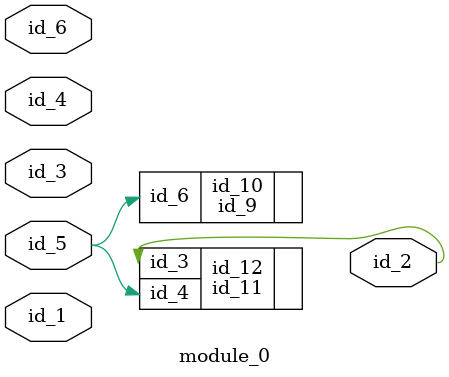
<source format=v>
module module_0 (
    id_1,
    id_2,
    id_3,
    id_4,
    id_5,
    id_6
);
  input id_6;
  input id_5;
  input id_4;
  input id_3;
  output id_2;
  input id_1;
  id_7 id_8 (
      .id_4(1),
      .id_5(1),
      .id_6(id_4)
  );
  id_9 id_10 (
      .id_6(id_5),
      .id_6(id_5)
  );
  id_11 id_12 (
      .id_4(id_5),
      .id_3(id_2)
  );
endmodule

</source>
